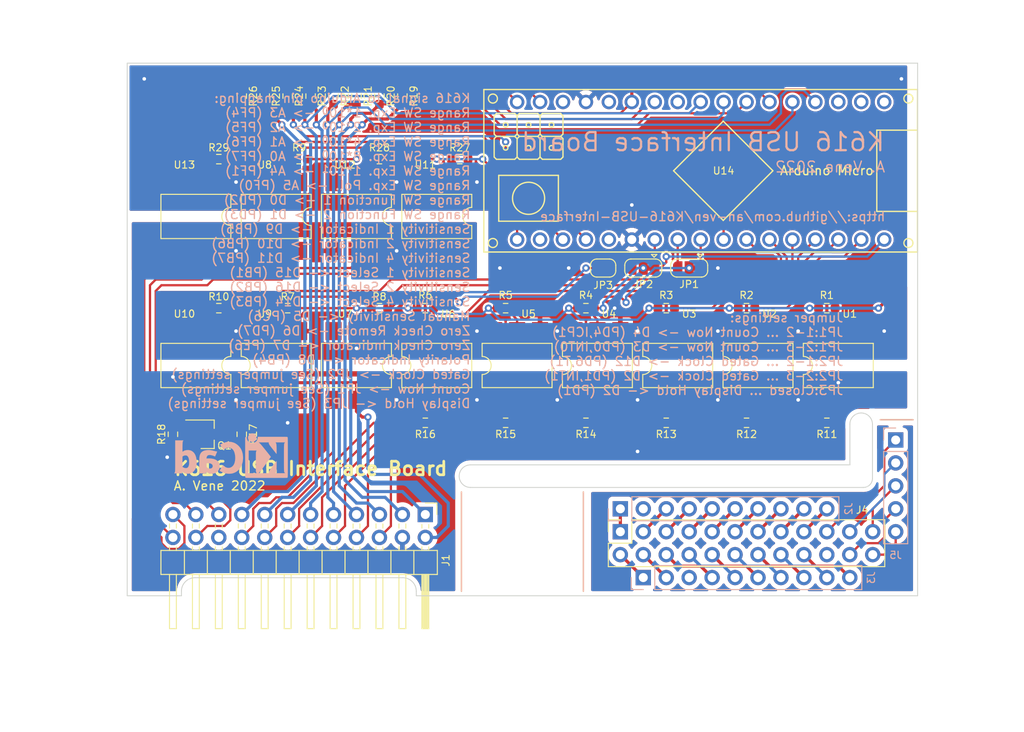
<source format=kicad_pcb>
(kicad_pcb (version 20211014) (generator pcbnew)
  (title_block (title "K616 USB Interface Board") (date "2022-08-08") (rev "0") (company "A. Vene") (comment 1 "Arduino Based USB interface board for Keithley 616 Electrometer"))
  (layers (0 "F.Cu" signal) (31 "B.Cu" signal) (34 "B.Paste" user) (35 "F.Paste" user) (36 "B.SilkS" user "B.Silkscreen") (37 "F.SilkS" user "F.Silkscreen") (38 "B.Mask" user) (39 "F.Mask" user) (44 "Edge.Cuts" user))
  (net 0 "")
  (net 1 "+5VA")
  (net 2 "GND")
  (net 3 "GNDA")
  (net 4 "K616_Exp_1e0")
  (net 5 "/K616_OUT_R4")
  (net 6 "K616_Exp_2e0")
  (net 7 "/K616_OUT_R2")
  (net 8 "K616_Exp_4e0")
  (net 9 "/K616_OUT_R1")
  (net 10 "K616_Exp_8e0")
  (net 11 "/K616_OUT_GClk")
  (net 12 "K616_Exp_1e1")
  (net 13 "/K616_OUT_CN")
  (net 14 "K616_Exp_Pol")
  (net 15 "/K616_OUT_Pol")
  (net 16 "K616_Fn1")
  (net 17 "/K616_IN_Hold")
  (net 18 "K616_Fn2")
  (net 19 "/K616_R1_IN")
  (net 20 "/K616_Zero")
  (net 21 "/K616_R2_IN")
  (net 22 "/K616_~{mA}_IN")
  (net 23 "/K616_R4_IN")
  (net 26 "+5VL")
  (net 27 "MCU_IN_R4")
  (net 28 "MCU_IN_R2")
  (net 29 "MCU_IN_R1")
  (net 30 "MCU_IN_GClk")
  (net 31 "MCU_IN_CN")
  (net 32 "MCU_IN_POL")
  (net 33 "MCU_IN_ZERO")
  (net 34 "MCU_OUT_HOLD")
  (net 35 "Net-(R8-Pad2)")
  (net 36 "MCU_OUT_MR")
  (net 37 "Net-(R9-Pad2)")
  (net 38 "MCU_OUT_ZERO")
  (net 39 "Net-(R10-Pad2)")
  (net 40 "Net-(R11-Pad1)")
  (net 41 "Net-(R12-Pad1)")
  (net 42 "Net-(R13-Pad1)")
  (net 43 "Net-(R14-Pad1)")
  (net 44 "Net-(R15-Pad1)")
  (net 45 "Net-(R16-Pad1)")
  (net 46 "Net-(R27-Pad1)")
  (net 47 "MCU_OUT_R1")
  (net 48 "MCU_OUT_R2")
  (net 49 "Net-(R29-Pad1)")
  (net 50 "MCU_OUT_R4")
  (net 88 "Net-(JP1-Pad1)")
  (net 89 "Net-(JP1-Pad3)")
  (net 90 "Net-(JP2-Pad1)")
  (net 91 "Net-(JP2-Pad3)")
  (net 92 "Net-(Q1-Pad1)")
  (net 93 "Net-(R17-Pad1)")
  (net 94 "Net-(R28-Pad1)")
  (footprint "Resistor_SMD:R_0603_1608Metric_Pad0.98x0.95mm_HandSolder" (layer "F.Cu") (at 101.18 91.19 -90)
    (fp_text reference "R17")
    (fp_text value "330")
  )
  (footprint "Resistor_SMD:R_0603_1608Metric_Pad0.98x0.95mm_HandSolder" (layer "F.Cu") (at 116.42 77.22 180)
    (fp_text reference "R8")
    (fp_text value "330")
  )
  (footprint "Resistor_SMD:R_0603_1608Metric_Pad0.98x0.95mm_HandSolder" (layer "F.Cu") (at 103.72 53.725 -90)
    (fp_text reference "R25")
    (fp_text value "10k")
  )
  (footprint "Resistor_SMD:R_0603_1608Metric_Pad0.98x0.95mm_HandSolder" (layer "F.Cu") (at 139.28 77.22)
    (fp_text reference "R4")
    (fp_text value "10k")
  )
  (footprint "Resistor_SMD:R_0603_1608Metric_Pad0.98x0.95mm_HandSolder" (layer "F.Cu") (at 130.39 89.92 180)
    (fp_text reference "R15")
    (fp_text value "330")
  )
  (footprint "Resistor_SMD:R_0603_1608Metric_Pad0.98x0.95mm_HandSolder" (layer "F.Cu") (at 165.95 89.92 180)
    (fp_text reference "R11")
    (fp_text value "330")
  )
  (footprint "Resistor_SMD:R_0603_1608Metric_Pad0.98x0.95mm_HandSolder" (layer "F.Cu") (at 148.17 89.92 180)
    (fp_text reference "R13")
    (fp_text value "330")
  )
  (footprint "Package_DIP:SMDIP-6_W7.62mm" (layer "F.Cu") (at 140.55 83.57 90)
    (fp_text reference "U4")
    (fp_text value "CNY17-1")
  )
  (footprint "Resistor_SMD:R_0603_1608Metric_Pad0.98x0.95mm_HandSolder" (layer "F.Cu") (at 130.39 77.22)
    (fp_text reference "R5")
    (fp_text value "10k")
  )
  (footprint "Package_DIP:SMDIP-6_W7.62mm" (layer "F.Cu") (at 167.22 83.57 90)
    (fp_text reference "U1")
    (fp_text value "CNY17-1")
  )
  (footprint "ArduinoMirco:ArduinoMicro" (layer "F.Cu") (at 151.98 62 90)
    (fp_text reference "U14")
    (fp_text value "Arduino_MICRO")
  )
  (footprint "Resistor_SMD:R_0603_1608Metric_Pad0.98x0.95mm_HandSolder" (layer "F.Cu") (at 107.53 60.71 180)
    (fp_text reference "R9")
    (fp_text value "330")
  )
  (footprint "Package_DIP:SMDIP-6_W7.62mm" (layer "F.Cu") (at 122.77 67.06 -90)
    (fp_text reference "U11")
    (fp_text value "CNY17-1")
  )
  (footprint "Resistor_SMD:R_0603_1608Metric_Pad0.98x0.95mm_HandSolder" (layer "F.Cu") (at 101.18 53.725 -90)
    (fp_text reference "R26")
    (fp_text value "10k")
  )
  (footprint "Resistor_SMD:R_0603_1608Metric_Pad0.98x0.95mm_HandSolder" (layer "F.Cu") (at 148.17 77.22)
    (fp_text reference "R3")
    (fp_text value "10k")
  )
  (footprint "Resistor_SMD:R_0603_1608Metric_Pad0.98x0.95mm_HandSolder" (layer "F.Cu") (at 157.06 77.22)
    (fp_text reference "R2")
    (fp_text value "10k")
  )
  (footprint "Resistor_SMD:R_0603_1608Metric_Pad0.98x0.95mm_HandSolder" (layer "F.Cu") (at 121.5 89.92 180)
    (fp_text reference "R16")
    (fp_text value "330")
  )
  (footprint "Connector_PinSocket_2.54mm:PinSocket_2x12_P2.54mm_Vertical" (layer "F.Cu") (at 143.09 101.985 90)
    (fp_text reference "J4")
    (fp_text value "2,54mm Socket")
  )
  (footprint "Package_DIP:SMDIP-6_W7.62mm" (layer "F.Cu") (at 104.99 67.06 -90)
    (fp_text reference "U8")
    (fp_text value "CNY17-1")
  )
  (footprint "Resistor_SMD:R_0603_1608Metric_Pad0.98x0.95mm_HandSolder" (layer "F.Cu") (at 116.42 53.725 -90)
    (fp_text reference "R20")
    (fp_text value "10k")
  )
  (footprint "Resistor_SMD:R_0603_1608Metric_Pad0.98x0.95mm_HandSolder" (layer "F.Cu") (at 111.34 53.725 -90)
    (fp_text reference "R22")
    (fp_text value "10k")
  )
  (footprint "Jumper:SolderJumper-3_P1.3mm_Bridged12_RoundedPad1.0x1.5mm" (layer "F.Cu") (at 145.63 72.775 180)
    (fp_text reference "JP2")
    (fp_text value "GClk")
  )
  (footprint "Resistor_SMD:R_0603_1608Metric_Pad0.98x0.95mm_HandSolder" (layer "F.Cu") (at 165.95 77.22)
    (fp_text reference "R1")
    (fp_text value "10k")
  )
  (footprint "Resistor_SMD:R_0603_1608Metric_Pad0.98x0.95mm_HandSolder" (layer "F.Cu") (at 93.56 91.19 -90)
    (fp_text reference "R18")
    (fp_text value "4,7k")
  )
  (footprint "Resistor_SMD:R_0603_1608Metric_Pad0.98x0.95mm_HandSolder" (layer "F.Cu") (at 98.64 77.22 180)
    (fp_text reference "R10")
    (fp_text value "330")
  )
  (footprint "Resistor_SMD:R_0603_1608Metric_Pad0.98x0.95mm_HandSolder" (layer "F.Cu") (at 121.5 77.22)
    (fp_text reference "R6")
    (fp_text value "10k")
  )
  (footprint "Package_TO_SOT_SMD:SOT-23_Handsoldering" (layer "F.Cu") (at 97.37 91.19)
    (fp_text reference "Q1")
    (fp_text value "BC817")
  )
  (footprint "Resistor_SMD:R_0603_1608Metric_Pad0.98x0.95mm_HandSolder" (layer "F.Cu") (at 118.96 53.725 -90)
    (fp_text reference "R19")
    (fp_text value "10k")
  )
  (footprint "Resistor_SMD:R_0603_1608Metric_Pad0.98x0.95mm_HandSolder" (layer "F.Cu") (at 106.26 77.22 180)
    (fp_text reference "R7")
    (fp_text value "10k")
  )
  (footprint "Package_DIP:SMDIP-6_W7.62mm" (layer "F.Cu") (at 158.33 83.57 90)
    (fp_text reference "U2")
    (fp_text value "CNY17-1")
  )
  (footprint "Resistor_SMD:R_0603_1608Metric_Pad0.98x0.95mm_HandSolder" (layer "F.Cu") (at 157.06 89.92 180)
    (fp_text reference "R12")
    (fp_text value "330")
  )
  (footprint "Jumper:SolderJumper-3_P1.3mm_Bridged12_RoundedPad1.0x1.5mm" (layer "F.Cu") (at 150.71 72.775 180)
    (fp_text reference "JP1")
    (fp_text value "CN")
  )
  (footprint "Package_DIP:SMDIP-6_W7.62mm" (layer "F.Cu") (at 149.44 83.57 90)
    (fp_text reference "U3")
    (fp_text value "CNY17-1")
  )
  (footprint "Package_DIP:SMDIP-6_W7.62mm" (layer "F.Cu") (at 104.99 83.57 90)
    (fp_text reference "U9")
    (fp_text value "CNY17-1")
  )
  (footprint "Package_DIP:SMDIP-6_W7.62mm" (layer "F.Cu") (at 122.77 83.57 90)
    (fp_text reference "U6")
    (fp_text value "CNY17-1")
  )
  (footprint "Package_DIP:SMDIP-6_W7.62mm" (layer "F.Cu") (at 113.88 67.06 -90)
    (fp_text reference "U12")
    (fp_text value "CNY17-1")
  )
  (footprint "Resistor_SMD:R_0603_1608Metric_Pad0.98x0.95mm_HandSolder" (layer "F.Cu") (at 108.8 53.725 -90)
    (fp_text reference "R23")
    (fp_text value "10k")
  )
  (footprint "Package_DIP:SMDIP-6_W7.62mm" (layer "F.Cu") (at 96.1 67.06 -90)
    (fp_text reference "U13")
    (fp_text value "CNY17-1")
  )
  (footprint "Package_DIP:SMDIP-6_W7.62mm" (layer "F.Cu") (at 131.66 83.57 90)
    (fp_text reference "U5")
    (fp_text value "CNY17-1")
  )
  (footprint "Resistor_SMD:R_0603_1608Metric_Pad0.98x0.95mm_HandSolder" (layer "F.Cu") (at 116.42 60.71)
    (fp_text reference "R28")
    (fp_text value "330")
  )
  (footprint "Resistor_SMD:R_0603_1608Metric_Pad0.98x0.95mm_HandSolder" (layer "F.Cu") (at 139.28 89.92 180)
    (fp_text reference "R14")
    (fp_text value "330")
  )
  (footprint "Resistor_SMD:R_0603_1608Metric_Pad0.98x0.95mm_HandSolder" (layer "F.Cu") (at 106.26 53.725 -90)
    (fp_text reference "R24")
    (fp_text value "10k")
  )
  (footprint "Resistor_SMD:R_0603_1608Metric_Pad0.98x0.95mm_HandSolder" (layer "F.Cu") (at 98.64 60.71)
    (fp_text reference "R29")
    (fp_text value "330")
  )
  (footprint "Resistor_SMD:R_0603_1608Metric_Pad0.98x0.95mm_HandSolder" (layer "F.Cu") (at 125.31 60.71)
    (fp_text reference "R27")
    (fp_text value "330")
  )
  (footprint "Connector_PinHeader_2.54mm:PinHeader_2x12_P2.54mm_Horizontal" (layer "F.Cu") (at 121.5 100.08 -90)
    (fp_text reference "J1")
    (fp_text value "2,54mm Header")
  )
  (footprint "Package_DIP:SMDIP-6_W7.62mm" (layer "F.Cu") (at 113.88 83.57 -90)
    (fp_text reference "U7")
    (fp_text value "CNY17-1")
  )
  (footprint "Package_DIP:SMDIP-6_W7.62mm" (layer "F.Cu") (at 96.1 83.57 -90)
    (fp_text reference "U10")
    (fp_text value "CNY17-1")
  )
  (footprint "Jumper:SolderJumper-2_P1.3mm_Bridged_RoundedPad1.0x1.5mm" (layer "F.Cu") (at 141.185 72.775)
    (fp_text reference "JP3")
    (fp_text value "HOLD")
  )
  (footprint "Resistor_SMD:R_0603_1608Metric_Pad0.98x0.95mm_HandSolder" (layer "F.Cu") (at 113.88 53.725 -90)
    (fp_text reference "R21")
    (fp_text value "10k")
  )
  (footprint "Connector_PinSocket_2.54mm:PinSocket_1x05_P2.54mm_Vertical" (layer "B.Cu") (at 173.57 91.825 180)
    (fp_text reference "J5")
    (fp_text value "J113")
  )
  (footprint "Connector_PinSocket_2.54mm:PinSocket_1x10_P2.54mm_Vertical" (layer "B.Cu") (at 143.09 99.445 -90)
    (fp_text reference "J2")
    (fp_text value "J115")
  )
  (footprint "Symbol:KiCad-Logo_5mm_SilkScreen" (layer "B.Cu") (at 100 94.08 180)
    (fp_text reference "REF**" hide)
    (fp_text value "KiCad-Logo_5mm_SilkScreen" hide)
  )
  (footprint "Connector_PinSocket_2.54mm:PinSocket_1x10_P2.54mm_Vertical" (layer "B.Cu") (at 145.63 107.065 -90)
    (fp_text reference "J3")
    (fp_text value "J114")
  )
  (gr_line (start 171.865 89.58) (end 175.5 89.58) (layer "B.SilkS") (width 0.15))
  (gr_line (start 125.5 97.58) (end 125.5 108.58) (layer "B.SilkS") (width 0.15))
  (gr_line (start 139 97.58) (end 139 108.58) (layer "B.SilkS") (width 0.15))
  (gr_line (start 175.5 89.58) (end 171.865 89.58) (layer "F.SilkS") (width 0.15))
  (gr_line (start 125.5 97.58) (end 125.5 108.58) (layer "F.SilkS") (width 0.15))
  (gr_line (start 139 97.58) (end 139 108.58) (layer "F.SilkS") (width 0.15))
  (gr_line (start 96 107.08) (end 119 107.08) (layer "Edge.Cuts") (width 0.1))
  (gr_line (start 168.5 94.58) (end 126.5 94.58) (layer "Edge.Cuts") (width 0.1))
  (gr_arc (start 168.5 90.08) (mid 169.75 88.83) (end 171 90.08) (layer "Edge.Cuts") (width 0.1))
  (gr_arc (start 171 96.08) (mid 170.707107 96.787107) (end 170 97.08) (layer "Edge.Cuts") (width 0.1))
  (gr_line (start 94.5 109.08) (end 94.5 108.58) (layer "Edge.Cuts") (width 0.1))
  (gr_line (start 88.5 50.08) (end 176 50.08) (layer "Edge.Cuts") (width 0.1))
  (gr_arc (start 94.5 108.58) (mid 94.93934 107.51934) (end 96 107.08) (layer "Edge.Cuts") (width 0.1))
  (gr_line (start 88.5 50.08) (end 88.5 109.08) (layer "Edge.Cuts") (width 0.1))
  (gr_line (start 176 50.08) (end 176 109.08) (layer "Edge.Cuts") (width 0.1))
  (gr_arc (start 119 107.08) (mid 120.06066 107.51934) (end 120.5 108.58) (layer "Edge.Cuts") (width 0.1))
  (gr_line (start 171 96.08) (end 171 90.08) (layer "Edge.Cuts") (width 0.1))
  (gr_line (start 88.5 109.08) (end 94.5 109.08) (layer "Edge.Cuts") (width 0.1))
  (gr_line (start 126.5 97.08) (end 170 97.08) (layer "Edge.Cuts") (width 0.1))
  (gr_arc (start 126.5 97.08) (mid 125.25 95.83) (end 126.5 94.58) (layer "Edge.Cuts") (width 0.1))
  (gr_line (start 120.5 109.08) (end 120.5 108.58) (layer "Edge.Cuts") (width 0.1))
  (gr_line (start 168.5 90.08) (end 168.5 94.58) (layer "Edge.Cuts") (width 0.1))
  (gr_line (start 120.5 109.08) (end 176 109.08) (layer "Edge.Cuts") (width 0.1))
  (gr_text "A. Vene 2022" (at 172.5 61.58) (layer "B.SilkS") (effects (font (size 1.2 1.2)) (justify left mirror)))
  (gr_text "Jumper settings:\nJP1:1-2 ... Count Now -> D4 (PD4,ICP1)\nJP1:2-3 ... Count Now -> D3 (PD0,INT0)\nJP2:1-2 ... Gated Clock -> D12 (PD6,T1)\nJP2:2-3 ... Gated Clock -> D2 (PD1,INT1)\nJP3:Closed ... Display Hold <- D2 (PD1)" (at 167.855 82.3) (layer "B.SilkS") (effects (font (size 1 1)) (justify left mirror)))
  (gr_text "https://github.com/an-ven/K616-USB-Interface" (at 172.5 67.08) (layer "B.SilkS") (effects (font (size 1 1)) (justify left mirror)))
  (gr_text "K616 USB Interface Board" (at 172.5 58.805) (layer "B.SilkS") (effects (font (size 2 2) (thickness 0.25)) (justify left mirror)))
  (gr_text "K616 signal to Arduino pin mapping:\nRange SW Exp. 1*10^{0} -> A3 (PF4)\nRange SW Exp. 2*10^{0} -> A2 (PF5)\nRange SW Exp. 4*10^{0} -> A1 (PF6)\nRange SW Exp. 8*10^{0} -> A0 (PF7)\nRange SW Exp. 1*10^{1} -> A4 (PF1)\nRange SW Exp. Pol. -> A5 (PF0)\nRange SW Function 1 -> D0 (PD2)\nRange SW Function 2 -> D1 (PD3)\nSensitivity 1 Indicator -> D9 (PB5)\nSensitivity 2 Indicator -> D10 (PB6)\nSensitivity 4 Indicator -> D11 (PB7)\nSensitivity 1 Select <- D15 (PB1)\nSensitivity 2 Select <- D16 (PB2)\nSensitivity 4 Select <- D14 (PB3)\nManual Sensitivity <- D5 (PC6)\nZero Check Remote -> D6 (PD7)\nZero Check Indicator <- D7 (PE6)\nPolarity Indicator <- D8 (PB4)\nGated Clock -> JP2 (See jumper settings)\nCount Now -> JP1 (See jumper settings)\nDisplay Hold <- JP3 (See jumper settings)" (at 126.58 70.87) (layer "B.SilkS") (effects (font (size 1 1)) (justify left mirror)))
  (gr_text "A. Vene 2022" (at 93.56 96.905) (layer "F.SilkS") (effects (font (size 1 1)) (justify left)))
  (gr_text "Arduino Micro" (at 165.95 61.98) (layer "F.SilkS") (effects (font (size 1 1))))
  (gr_text "K616 USB Interface Board" (at 93.56 95) (layer "F.SilkS") (effects (font (size 1.5 1.5) (thickness 0.3)) (justify left)))
  (segment (start 138.01 85.475) (end 146.9 85.475) (width 0.35) (layer "F.Cu") (net 1))
  (segment (start 155.79 85.475) (end 164.045 85.475) (width 0.35) (layer "F.Cu") (net 1))
  (segment (start 164.045 85.475) (end 164.68 86.11) (width 0.35) (layer "F.Cu") (net 1))
  (segment (start 102.45 87.38) (end 102.45 85.475) (width 0.35) (layer "F.Cu") (net 1))
  (segment (start 129.12 85.475) (end 138.01 85.475) (width 0.35) (layer "F.Cu") (net 1))
  (segment (start 96.1 86.11) (end 96.1 87.38) (width 0.35) (layer "F.Cu") (net 1))
  (segment (start 129.12 87.38) (end 129.12 85.475) (width 0.35) (layer "F.Cu") (net 1))
  (segment (start 115.15 89.285) (end 114.515 89.285) (width 0.35) (layer "F.Cu") (net 1))
  (segment (start 138.01 87.38) (end 138.01 85.475) (width 0.35) (layer "F.Cu") (net 1))
  (segment (start 113.88 85.475) (end 102.45 85.475) (width 0.35) (layer "F.Cu") (net 1))
  (segment (start 146.9 85.475) (end 155.79 85.475) (width 0.35) (layer "F.Cu") (net 1))
  (segment (start 113.88 87.38) (end 113.88 85.475) (width 0.35) (layer "F.Cu") (net 1))
  (segment (start 113.88 85.475) (end 120.23 85.475) (width 0.35) (layer "F.Cu") (net 1))
  (segment (start 96.735 85.475) (end 96.1 86.11) (width 0.35) (layer "F.Cu") (net 1))
  (segment (start 143.09 104.525) (end 145.63 107.065) (width 0.35) (layer "F.Cu") (net 1))
  (segment (start 114.515 89.285) (end 113.88 88.65) (width 0.35) (layer "F.Cu") (net 1))
  (segment (start 120.23 85.475) (end 129.12 85.475) (width 0.35) (layer "F.Cu") (net 1))
  (segment (start 120.23 87.38) (end 120.23 85.475) (width 0.35) (layer "F.Cu") (net 1))
  (segment (start 102.45 85.475) (end 96.735 85.475) (width 0.35) (layer "F.Cu") (net 1))
  (segment (start 146.9 87.38) (end 146.9 85.475) (width 0.35) (layer "F.Cu") (net 1))
  (segment (start 113.88 88.65) (end 113.88 87.38) (width 0.35) (layer "F.Cu") (net 1))
  (segment (start 164.68 86.11) (end 164.68 87.38) (width 0.35) (layer "F.Cu") (net 1))
  (segment (start 155.79 87.38) (end 155.79 85.475) (width 0.35) (layer "F.Cu") (net 1))
  (via (at 115.15 89.285) (size 0.8) (drill 0.4) (layers "F.Cu" "B.Cu") (net 1))
  (segment (start 122.77 102.62) (end 124.04 101.35) (width 0.35) (layer "B.Cu") (net 1))
  (segment (start 121.5 102.62) (end 122.77 102.62) (width 0.35) (layer "B.Cu") (net 1))
  (segment (start 115.15 95) (end 115.15 89.285) (width 0.35) (layer "B.Cu") (net 1))
  (segment (start 124.04 98.81) (end 120.865 95.635) (width 0.35) (layer "B.Cu") (net 1))
  (segment (start 120.865 95.635) (end 115.785 95.635) (width 0.35) (layer "B.Cu") (net 1))
  (segment (start 124.04 101.35) (end 124.04 98.81) (width 0.35) (layer "B.Cu") (net 1))
  (segment (start 115.785 95.635) (end 115.15 95) (width 0.35) (layer "B.Cu") (net 1))
  (segment (start 143.09 101.985) (end 143.09 99.445) (width 0.35) (layer "F.Cu") (net 2))
  (via (at 127.215 79.76) (size 0.8) (drill 0.4) (layers "F.Cu" "B.Cu") (net 2))
  (via (at 174.205 51.82) (size 0.8) (drill 0.4) (layers "F.Cu" "B.Cu") (net 2))
  (via (at 136.105 79.76) (size 0.8) (drill 0.4) (layers "F.Cu" "B.Cu") (net 2))
  (via (at 100.545 63.25) (size 0.8) (drill 0.4) (layers "F.Cu" "B.Cu") (net 2))
  (via (at 153.885 72.775) (size 0.8) (drill 0.4) (layers "F.Cu" "B.Cu") (net 2))
  (via (at 153.885 79.76) (size 0.8) (drill 0.4) (layers "F.Cu" "B.Cu") (net 2))
  (via (at 118.325 63.25) (size 0.8) (drill 0.4) (layers "F.Cu" "B.Cu") (net 2))
  (via (at 142.455 77.22) (size 0.8) (drill 0.4) (layers "F.Cu" "B.Cu") (net 2))
  (via (at 144.36 65.79) (size 0.8) (drill 0.4) (layers "F.Cu" "B.Cu") (net 2))
  (via (at 127.215 63.25) (size 0.8) (drill 0.4) (layers "F.Cu" "B.Cu") (net 2))
  (via (at 129.755 72.775) (size 0.8) (drill 0.4) (layers "F.Cu" "B.Cu") (net 2))
  (via (at 172.3 79.76) (size 0.8) (drill 0.4) (layers "F.Cu" "B.Cu") (net 2))
  (via (at 90.385 51.82) (size 0.8) (drill 0.4) (layers "F.Cu" "B.Cu") (net 2))
  (via (at 144.995 79.76) (size 0.8) (drill 0.4) (layers "F.Cu" "B.Cu") (net 2))
  (via (at 100.545 79.76) (size 0.8) (drill 0.4) (layers "F.Cu" "B.Cu") (net 2))
  (via (at 113.88 81.665) (size 0.8) (drill 0.4) (layers "F.Cu" "B.Cu") (net 2))
  (via (at 162.775 79.76) (size 0.8) (drill 0.4) (layers "F.Cu" "B.Cu") (net 2))
  (via (at 137.375 72.775) (size 0.8) (drill 0.4) (layers "F.Cu" "B.Cu") (net 2))
  (segment (start 113.88 81.665) (end 116.42 81.665) (width 0.35) (layer "B.Cu") (net 2))
  (segment (start 115.15 97.54) (end 118.96 97.54) (width 0.35) (layer "B.Cu") (net 2))
  (segment (start 113.245 95.635) (end 115.15 97.54) (width 0.35) (layer "B.Cu") (net 2))
  (segment (start 118.96 97.54) (end 121.5 100.08) (width 0.35) (layer "B.Cu") (net 2))
  (segment (start 113.88 81.665) (end 113.245 82.3) (width 0.35) (layer "B.Cu") (net 2))
  (segment (start 113.245 82.3) (end 113.245 95.635) (width 0.35) (layer "B.Cu") (net 2))
  (segment (start 95.87 92.14) (end 93.5975 92.14) (width 0.25) (layer "F.Cu") (net 3))
  (segment (start 93.5975 92.14) (end 93.56 92.1025) (width 0.25) (layer "F.Cu") (net 3))
  (segment (start 145.63 104.525) (end 148.17 107.065) (width 0.35) (layer "F.Cu") (net 3))
  (via (at 93.56 84.84) (size 0.8) (drill 0.4) (layers "F.Cu" "B.Cu") (net 3))
  (via (at 136.105 87.38) (size 0.8) (drill 0.4) (layers "F.Cu" "B.Cu") (net 3))
  (via (at 167.22 85.475) (size 0.8) (drill 0.4) (layers "F.Cu" "B.Cu") (net 3))
  (via (at 144.995 93.095) (size 0.8) (drill 0.4) (layers "F.Cu" "B.Cu") (net 3))
  (via (at 144.995 87.38) (size 0.8) (drill 0.4) (layers "F.Cu" "B.Cu") (net 3))
  (via (at 100.545 87.38) (size 0.8) (drill 0.4) (layers "F.Cu" "B.Cu") (net 3))
  (via (at 118.325 70.87) (size 0.8) (drill 0.4) (layers "F.Cu" "B.Cu") (net 3))
  (via (at 100.545 70.87) (size 0.8) (drill 0.4) (layers "F.Cu" "B.Cu") (net 3))
  (via (at 106.26 89.92) (size 0.8) (drill 0.4) (layers "F.Cu" "B.Cu") (net 3))
  (via (at 162.775 87.38) (size 0.8) (drill 0.4) (layers "F.Cu" "B.Cu") (net 3))
  (via (at 127.215 87.38) (size 0.8) (drill 0.4) (layers "F.Cu" "B.Cu") (net 3))
  (via (at 118.325 87.38) (size 0.8) (drill 0.4) (layers "F.Cu" "B.Cu") (net 3))
  (via (at 92.925 93.73) (size 0.8) (drill 0.4) (layers "F.Cu" "B.Cu") (net 3))
  (via (at 153.885 87.38) (size 0.8) (drill 0.4) (layers "F.Cu" "B.Cu") (net 3))
  (segment (start 114.515 56.9) (end 115.15 56.265) (width 0.35) (layer "F.Cu") (net 4))
  (segment (start 129.755 56.9) (end 144.995 56.9) (width 0.25) (layer "F.Cu") (net 4))
  (segment (start 117.3325 56.265) (end 118.96 54.6375) (width 0.35) (layer "F.Cu") (net 4))
  (segment (start 119.9525 54.6375) (end 120.23 54.36) (width 0.25) (layer "F.Cu") (net 4))
  (segment (start 127.215 54.36) (end 129.755 56.9) (width 0.25) (layer "F.Cu") (net 4))
  (segment (start 145.63 101.985) (end 148.17 99.445) (width 0.35) (layer "F.Cu") (net 4))
  (segment (start 120.23 54.36) (end 127.215 54.36) (width 0.25) (layer "F.Cu") (net 4))
  (segment (start 118.96 54.6375) (end 119.9525 54.6375) (width 0.25) (layer "F.Cu") (net 4))
  (segment (start 146.265 55.63) (end 155.81 55.63) (width 0.25) (layer "F.Cu") (net 4))
  (segment (start 144.995 56.9) (end 146.265 55.63) (width 0.25) (layer "F.Cu") (net 4))
  (segment (start 155.81 55.63) (end 157.06 54.38) (width 0.25) (layer "F.Cu") (net 4))
  (segment (start 115.15 56.265) (end 117.3325 56.265) (width 0.35) (layer "F.Cu") (net 4))
  (via (at 114.515 56.9) (size 0.8) (drill 0.4) (layers "F.Cu" "B.Cu") (net 4))
  (segment (start 114.515 56.9) (end 112.61 58.805) (width 0.35) (layer "B.Cu") (net 4))
  (segment (start 112.61 96.27) (end 114.515 98.175) (width 0.35) (layer "B.Cu") (net 4))
  (segment (start 117.055 98.175) (end 118.96 100.08) (width 0.35) (layer "B.Cu") (net 4))
  (segment (start 114.515 98.175) (end 117.055 98.175) (width 0.35) (layer "B.Cu") (net 4))
  (segment (start 112.61 58.805) (end 112.61 96.27) (width 0.35) (layer "B.Cu") (net 4))
  (segment (start 133.565 93.095) (end 134.2 92.46) (width 0.25) (layer "F.Cu") (net 5))
  (segment (start 148.17 104.525) (end 149.44 105.795) (width 0.35) (layer "F.Cu") (net 5))
  (segment (start 117.69 101.35) (end 117.69 94.365) (width 0.25) (layer "F.Cu") (net 5))
  (segment (start 150.71 91.19) (end 158.33 91.19) (width 0.25) (layer "F.Cu") (net 5))
  (segment (start 149.44 105.795) (end 151.98 105.795) (width 0.35) (layer "F.Cu") (net 5))
  (segment (start 150.075 91.825) (end 150.71 91.19) (width 0.25) (layer "F.Cu") (net 5))
  (segment (start 116.42 102.62) (end 117.69 101.35) (width 0.25) (layer "F.Cu") (net 5))
  (segment (start 117.69 94.365) (end 118.325 93.73) (width 0.25) (layer "F.Cu") (net 5))
  (segment (start 159.6 89.92) (end 165.0375 89.92) (width 0.25) (layer "F.Cu") (net 5))
  (segment (start 125.945 93.095) (end 133.565 93.095) (width 0.25) (layer "F.Cu") (net 5))
  (segment (start 118.325 93.73) (end 125.31 93.73) (width 0.25) (layer "F.Cu") (net 5))
  (segment (start 142.455 91.825) (end 150.075 91.825) (width 0.25) (layer "F.Cu") (net 5))
  (segment (start 151.98 105.795) (end 153.25 107.065) (width 0.35) (layer "F.Cu") (net 5))
  (segment (start 134.2 92.46) (end 141.82 92.46) (width 0.25) (layer "F.Cu") (net 5))
  (segment (start 158.33 91.19) (end 159.6 89.92) (width 0.25) (layer "F.Cu") (net 5))
  (segment (start 125.31 93.73) (end 125.945 93.095) (width 0.25) (layer "F.Cu") (net 5))
  (segment (start 141.82 92.46) (end 142.455 91.825) (width 0.25) (layer "F.Cu") (net 5))
  (segment (start 145.63 54.995) (end 145.63 53.725) (width 0.25) (layer "F.Cu") (net 6))
  (segment (start 130.39 56.265) (end 144.36 56.265) (width 0.25) (layer "F.Cu") (net 6))
  (segment (start 145.63 53.725) (end 146.265 53.09) (width 0.25) (layer "F.Cu") (net 6))
  (segment (start 144.36 56.265) (end 145.63 54.995) (width 0.25) (layer "F.Cu") (net 6))
  (segment (start 116.42 54.6375) (end 117.4125 54.6375) (width 0.25) (layer "F.Cu") (net 6))
  (segment (start 117.4125 54.6375) (end 118.325 53.725) (width 0.25) (layer "F.Cu") (net 6))
  (segment (start 158.31 53.09) (end 159.6 54.38) (width 0.25) (layer "F.Cu") (net 6))
  (segment (start 118.325 53.725) (end 127.85 53.725) (width 0.25) (layer "F.Cu") (net 6))
  (segment (start 146.265 53.09) (end 158.31 53.09) (width 0.25) (layer "F.Cu") (net 6))
  (segment (start 115.4275 55.63) (end 116.42 54.6375) (width 0.35) (layer "F.Cu") (net 6))
  (segment (start 113.88 55.63) (end 115.4275 55.63) (width 0.35) (layer "F.Cu") (net 6))
  (segment (start 127.85 53.725) (end 130.39 56.265) (width 0.25) (layer "F.Cu") (net 6))
  (segment (start 113.245 56.265) (end 113.88 55.63) (width 0.35) (layer "F.Cu") (net 6))
  (segment (start 148.17 101.985) (end 150.71 99.445) (width 0.35) (layer "F.Cu") (net 6))
  (segment (start 113.245 56.9) (end 113.245 56.265) (width 0.35) (layer "F.Cu") (net 6))
  (via (at 113.245 56.9) (size 0.8) (drill 0.4) (layers "F.Cu" "B.Cu") (net 6))
  (segment (start 111.975 58.17) (end 111.975 96.905) (width 0.35) (layer "B.Cu") (net 6))
  (segment (start 113.245 56.9) (end 111.975 58.17) (width 0.35) (layer "B.Cu") (net 6))
  (segment (start 111.975 96.905) (end 113.88 98.81) (width 0.35) (layer "B.Cu") (net 6))
  (segment (start 115.15 98.81) (end 116.42 100.08) (width 0.35) (layer "B.Cu") (net 6))
  (segment (start 113.88 98.81) (end 115.15 98.81) (width 0.35) (layer "B.Cu") (net 6))
  (segment (start 124.675 93.095) (end 125.31 92.46) (width 0.25) (layer "F.Cu") (net 7))
  (segment (start 133.565 91.825) (end 141.185 91.825) (width 0.25) (layer "F.Cu") (net 7))
  (segment (start 141.185 91.825) (end 141.82 91.19) (width 0.25) (layer "F.Cu") (net 7))
  (segment (start 115.15 95.635) (end 117.69 93.095) (width 0.25) (layer "F.Cu") (net 7))
  (segment (start 115.15 101.35) (end 115.15 95.635) (width 0.25) (layer "F.Cu") (net 7))
  (segment (start 150.71 89.92) (end 156.1475 89.92) (width 0.25) (layer "F.Cu") (net 7))
  (segment (start 113.88 102.62) (end 115.15 101.35) (width 0.25) (layer "F.Cu") (net 7))
  (segment (start 125.31 92.46) (end 132.93 92.46) (width 0.25) (layer "F.Cu") (net 7))
  (segment (start 132.93 92.46) (end 133.565 91.825) (width 0.25) (layer "F.Cu") (net 7))
  (segment (start 141.82 91.19) (end 149.44 91.19) (width 0.25) (layer "F.Cu") (net 7))
  (segment (start 149.44 91.19) (end 150.71 89.92) (width 0.25) (layer "F.Cu") (net 7))
  (segment (start 117.69 93.095) (end 124.675 93.095) (width 0.25) (layer "F.Cu") (net 7))
  (segment (start 150.71 104.525) (end 151.98 105.795) (width 0.35) (layer "B.Cu") (net 7))
  (segment (start 154.52 105.795) (end 155.79 107.065) (width 0.35) (layer "B.Cu") (net 7))
  (segment (start 151.98 105.795) (end 154.52 105.795) (width 0.35) (layer "B.Cu") (net 7))
  (segment (start 112.9675 54.6375) (end 113.88 54.6375) (width 0.35) (layer "F.Cu") (net 8))
  (segment (start 111.975 56.9) (end 111.975 55.63) (width 0.35) (layer "F.Cu") (net 8))
  (segment (start 150.71 101.985) (end 153.25 99.445) (width 0.35) (layer "F.Cu") (net 8))
  (segment (start 111.975 55.63) (end 112.9675 54.6375) (width 0.35) (layer "F.Cu") (net 8))
  (via (at 111.975 56.9) (size 0.8) (drill 0.4) (layers "F.Cu" "B.Cu") (net 8))
  (segment (start 111.34 57.535) (end 111.34 97.54) (width 0.35) (layer "B.Cu") (net 8))
  (segment (start 114.515 55.63) (end 116.42 57.535) (width 0.25) (layer "B.Cu") (net 8))
  (segment (start 111.975 56.9) (end 113.245 55.63) (width 0.25) (layer "B.Cu") (net 8))
  (segment (start 111.975 56.9) (end 111.34 57.535) (width 0.35) (layer "B.Cu") (net 8))
  (segment (start 116.42 57.535) (end 160.235 57.535) (width 0.25) (layer "B.Cu") (net 8))
  (segment (start 160.235 57.535) (end 162.14 55.63) (width 0.25) (layer "B.Cu") (net 8))
  (segment (start 111.34 97.54) (end 113.88 100.08) (width 0.35) (layer "B.Cu") (net 8))
  (segment (start 162.14 55.63) (end 162.14 54.38) (width 0.25) (layer "B.Cu") (net 8))
  (segment (start 113.245 55.63) (end 114.515 55.63) (width 0.25) (layer "B.Cu") (net 8))
  (segment (start 124.675 91.825) (end 132.295 91.825) (width 0.25) (layer "F.Cu") (net 9))
  (segment (start 141.82 89.92) (end 147.2575 89.92) (width 0.25) (layer "F.Cu") (net 9))
  (segment (start 154.52 105.795) (end 157.06 105.795) (width 0.35) (layer "F.Cu") (net 9))
  (segment (start 124.04 92.46) (end 124.675 91.825) (width 0.25) (layer "F.Cu") (net 9))
  (segment (start 132.295 91.825) (end 132.93 91.19) (width 0.25) (layer "F.Cu") (net 9))
  (segment (start 117.055 92.46) (end 124.04 92.46) (width 0.25) (layer "F.Cu") (net 9))
  (segment (start 153.25 104.525) (end 154.52 105.795) (width 0.35) (layer "F.Cu") (net 9))
  (segment (start 111.34 102.62) (end 112.61 101.35) (width 0.25) (layer "F.Cu") (net 9))
  (segment (start 157.06 105.795) (end 158.33 107.065) (width 0.35) (layer "F.Cu") (net 9))
  (segment (start 132.93 91.19) (end 140.55 91.19) (width 0.25) (layer "F.Cu") (net 9))
  (segment (start 140.55 91.19) (end 141.82 89.92) (width 0.25) (layer "F.Cu") (net 9))
  (segment (start 112.61 96.905) (end 117.055 92.46) (width 0.25) (layer "F.Cu") (net 9))
  (segment (start 112.61 101.35) (end 112.61 96.905) (width 0.25) (layer "F.Cu") (net 9))
  (segment (start 153.25 101.985) (end 155.79 99.445) (width 0.35) (layer "F.Cu") (net 10))
  (segment (start 110.705 55.2725) (end 111.34 54.6375) (width 0.35) (layer "F.Cu") (net 10))
  (segment (start 110.705 56.9) (end 110.705 55.2725) (width 0.35) (layer "F.Cu") (net 10))
  (via (at 110.705 56.9) (size 0.8) (drill 0.4) (layers "F.Cu" "B.Cu") (net 10))
  (segment (start 115.15 54.995) (end 117.055 56.9) (width 0.25) (layer "B.Cu") (net 10))
  (segment (start 163.41 53.09) (end 163.41 53.11) (width 0.25) (layer "B.Cu") (net 10))
  (segment (start 159.6 56.9) (end 160.87 55.63) (width 0.25) (layer "B.Cu") (net 10))
  (segment (start 163.41 53.11) (end 164.68 54.38) (width 0.25) (layer "B.Cu") (net 10))
  (segment (start 110.705 56.9) (end 112.61 54.995) (width 0.25) (layer "B.Cu") (net 10))
  (segment (start 160.87 55.63) (end 160.87 53.725) (width 0.25) (layer "B.Cu") (net 10))
  (segment (start 111.34 98.81) (end 111.34 100.08) (width 0.35) (layer "B.Cu") (net 10))
  (segment (start 112.61 54.995) (end 115.15 54.995) (width 0.25) (layer "B.Cu") (net 10))
  (segment (start 161.505 53.09) (end 163.41 53.09) (width 0.25) (layer "B.Cu") (net 10))
  (segment (start 110.705 98.175) (end 111.34 98.81) (width 0.35) (layer "B.Cu") (net 10))
  (segment (start 110.705 56.9) (end 110.705 98.175) (width 0.35) (layer "B.Cu") (net 10))
  (segment (start 117.055 56.9) (end 159.6 56.9) (width 0.25) (layer "B.Cu") (net 10))
  (segment (start 160.87 53.725) (end 161.505 53.09) (width 0.25) (layer "B.Cu") (net 10))
  (segment (start 124.04 91.19) (end 131.66 91.19) (width 0.25) (layer "F.Cu") (net 11))
  (segment (start 110.07 101.35) (end 110.07 98.175) (width 0.25) (layer "F.Cu") (net 11))
  (segment (start 110.07 98.175) (end 116.42 91.825) (width 0.25) (layer "F.Cu") (net 11))
  (segment (start 131.66 91.19) (end 132.93 89.92) (width 0.25) (layer "F.Cu") (net 11))
  (segment (start 123.405 91.825) (end 124.04 91.19) (width 0.25) (layer "F.Cu") (net 11))
  (segment (start 132.93 89.92) (end 138.3675 89.92) (width 0.25) (layer "F.Cu") (net 11))
  (segment (start 108.8 102.62) (end 110.07 101.35) (width 0.25) (layer "F.Cu") (net 11))
  (segment (start 116.42 91.825) (end 123.405 91.825) (width 0.25) (layer "F.Cu") (net 11))
  (segment (start 159.6 105.795) (end 160.87 107.065) (width 0.35) (layer "B.Cu") (net 11))
  (segment (start 157.06 105.795) (end 159.6 105.795) (width 0.35) (layer "B.Cu") (net 11))
  (segment (start 155.79 104.525) (end 157.06 105.795) (width 0.35) (layer "B.Cu") (net 11))
  (segment (start 109.435 55.2725) (end 108.8 54.6375) (width 0.35) (layer "F.Cu") (net 12))
  (segment (start 155.79 101.985) (end 158.33 99.445) (width 0.35) (layer "F.Cu") (net 12))
  (segment (start 109.435 56.9) (end 109.435 55.2725) (width 0.35) (layer "F.Cu") (net 12))
  (via (at 109.435 56.9) (size 0.8) (drill 0.4) (layers "F.Cu" "B.Cu") (net 12))
  (segment (start 110.07 97.54) (end 108.8 98.81) (width 0.35) (layer "B.Cu") (net 12))
  (segment (start 109.435 56.9) (end 110.07 57.535) (width 0.35) (layer "B.Cu") (net 12))
  (segment (start 110.07 57.535) (end 110.07 97.54) (width 0.35) (layer "B.Cu") (net 12))
  (segment (start 154.52 55.63) (end 154.52 54.38) (width 0.25) (layer "B.Cu") (net 12))
  (segment (start 111.975 54.36) (end 115.785 54.36) (width 0.25) (layer "B.Cu") (net 12))
  (segment (start 153.885 56.265) (end 154.52 55.63) (width 0.25) (layer "B.Cu") (net 12))
  (segment (start 108.8 98.81) (end 108.8 100.08) (width 0.35) (layer "B.Cu") (net 12))
  (segment (start 115.785 54.36) (end 117.69 56.265) (width 0.25) (layer "B.Cu") (net 12))
  (segment (start 109.435 56.9) (end 111.975 54.36) (width 0.25) (layer "B.Cu") (net 12))
  (segment (start 117.69 56.265) (end 153.885 56.265) (width 0.25) (layer "B.Cu") (net 12))
  (segment (start 115.785 91.19) (end 122.77 91.19) (width 0.25) (layer "F.Cu") (net 13))
  (segment (start 158.33 104.525) (end 159.6 105.795) (width 0.35) (layer "F.Cu") (net 13))
  (segment (start 122.77 91.19) (end 124.04 89.92) (width 0.25) (layer "F.Cu") (net 13))
  (segment (start 107.53 101.341444) (end 107.53 99.445) (width 0.25) (layer "F.Cu") (net 13))
  (segment (start 107.53 99.445) (end 115.785 91.19) (width 0.25) (layer "F.Cu") (net 13))
  (segment (start 162.14 105.795) (end 163.41 107.065) (width 0.35) (layer "F.Cu") (net 13))
  (segment (start 106.26 102.62) (end 107.534278 101.345722) (width 0.25) (layer "F.Cu") (net 13))
  (segment (start 159.6 105.795) (end 162.14 105.795) (width 0.35) (layer "F.Cu") (net 13))
  (segment (start 124.04 89.92) (end 129.4775 89.92) (width 0.25) (layer "F.Cu") (net 13))
  (segment (start 107.534278 101.345722) (end 107.53 101.341444) (width 0.25) (layer "F.Cu") (net 13))
  (segment (start 158.33 101.985) (end 160.87 99.445) (width 0.35) (layer "F.Cu") (net 14))
  (segment (start 108.165 56.9) (end 108.165 55.63) (width 0.35) (layer "F.Cu") (net 14))
  (segment (start 107.1725 54.6375) (end 106.26 54.6375) (width 0.35) (layer "F.Cu") (net 14))
  (segment (start 108.165 55.63) (end 107.1725 54.6375) (width 0.35) (layer "F.Cu") (net 14))
  (via (at 108.165 56.9) (size 0.8) (drill 0.4) (layers "F.Cu" "B.Cu") (net 14))
  (segment (start 109.435 96.905) (end 106.26 100.08) (width 0.35) (layer "B.Cu") (net 14))
  (segment (start 116.42 53.725) (end 118.325 55.63) (width 0.25) (layer "B.Cu") (net 14))
  (segment (start 118.325 55.63) (end 150.71 55.63) (width 0.25) (layer "B.Cu") (net 14))
  (segment (start 109.435 58.17) (end 109.435 96.905) (width 0.35) (layer "B.Cu") (net 14))
  (segment (start 108.165 56.9) (end 109.435 58.17) (width 0.35) (layer "B.Cu") (net 14))
  (segment (start 150.71 55.63) (end 151.98 54.38) (width 0.25) (layer "B.Cu") (net 14))
  (segment (start 108.165 56.9) (end 111.34 53.725) (width 0.25) (layer "B.Cu") (net 14))
  (segment (start 111.34 53.725) (end 116.42 53.725) (width 0.25) (layer "B.Cu") (net 14))
  (segment (start 104.99 99.445) (end 104.99 101.35) (width 0.25) (layer "F.Cu") (net 15))
  (segment (start 115.785 89.92) (end 120.5875 89.92) (width 0.25) (layer "F.Cu") (net 15))
  (segment (start 105.625 98.81) (end 104.99 99.445) (width 0.25) (layer "F.Cu") (net 15))
  (segment (start 104.99 101.35) (end 103.72 102.62) (width 0.25) (layer "F.Cu") (net 15))
  (segment (start 115.785 89.92) (end 106.895 98.81) (width 0.25) (layer "F.Cu") (net 15))
  (segment (start 106.895 98.81) (end 105.625 98.81) (width 0.25) (layer "F.Cu") (net 15))
  (segment (start 162.14 105.795) (end 164.68 105.795) (width 0.35) (layer "B.Cu") (net 15))
  (segment (start 164.68 105.795) (end 165.95 107.065) (width 0.35) (layer "B.Cu") (net 15))
  (segment (start 160.87 104.525) (end 162.14 105.795) (width 0.35) (layer "B.Cu") (net 15))
  (segment (start 106.26 55.63) (end 104.7125 55.63) (width 0.35) (layer "F.Cu") (net 16))
  (segment (start 106.895 56.265) (end 106.26 55.63) (width 0.35) (layer "F.Cu") (net 16))
  (segment (start 106.895 56.9) (end 108.165 58.17) (width 0.25) (layer "F.Cu") (net 16))
  (segment (start 137.355 67.695) (end 139.28 69.62) (width 0.25) (layer "F.Cu") (net 16))
  (segment (start 104.7125 55.63) (end 103.72 54.6375) (width 0.35) (layer "F.Cu") (net 16))
  (segment (start 133.565 67.695) (end 137.355 67.695) (width 0.25) (layer "F.Cu") (net 16))
  (segment (start 106.895 56.9) (end 106.895 56.265) (width 0.35) (layer "F.Cu") (net 16))
  (segment (start 132.93 63.25) (end 132.93 67.06) (width 0.25) (layer "F.Cu") (net 16))
  (segment (start 132.93 67.06) (end 133.565 67.695) (width 0.25) (layer "F.Cu") (net 16))
  (segment (start 127.85 58.17) (end 132.93 63.25) (width 0.25) (layer "F.Cu") (net 16))
  (segment (start 160.87 101.985) (end 163.41 99.445) (width 0.35) (layer "F.Cu") (net 16))
  (segment (start 108.165 58.17) (end 127.85 58.17) (width 0.25) (layer "F.Cu") (net 16))
  (via (at 106.895 56.9) (size 0.8) (drill 0.4) (layers "F.Cu" "B.Cu") (net 16))
  (segment (start 106.895 98.175) (end 105.625 98.175) (width 0.35) (layer "B.Cu") (net 16))
  (segment (start 106.895 56.9) (end 108.8 58.805) (width 0.35) (layer "B.Cu") (net 16))
  (segment (start 105.625 98.175) (end 103.72 100.08) (width 0.35) (layer "B.Cu") (net 16))
  (segment (start 108.8 96.27) (end 106.895 98.175) (width 0.35) (layer "B.Cu") (net 16))
  (segment (start 108.8 58.805) (end 108.8 96.27) (width 0.35) (layer "B.Cu") (net 16))
  (segment (start 102.45 101.35) (end 102.45 99.445) (width 0.25) (layer "F.Cu") (net 17))
  (segment (start 101.18 102.62) (end 102.45 101.35) (width 0.25) (layer "F.Cu") (net 17))
  (segment (start 164.68 105.795) (end 167.22 105.795) (width 0.35) (layer "F.Cu") (net 17))
  (segment (start 106.26 98.175) (end 111.34 93.095) (width 0.25) (layer "F.Cu") (net 17))
  (segment (start 102.45 99.445) (end 103.085 98.81) (width 0.25) (layer "F.Cu") (net 17))
  (segment (start 167.22 105.795) (end 168.49 107.065) (width 0.35) (layer "F.Cu") (net 17))
  (segment (start 104.99 98.175) (end 106.26 98.175) (width 0.25) (layer "F.Cu") (net 17))
  (segment (start 103.085 98.81) (end 104.355 98.81) (width 0.25) (layer "F.Cu") (net 17))
  (segment (start 163.41 104.525) (end 164.68 105.795) (width 0.35) (layer "F.Cu") (net 17))
  (segment (start 104.355 98.81) (end 104.99 98.175) (width 0.25) (layer "F.Cu") (net 17))
  (segment (start 111.34 93.095) (end 111.34 87.38) (width 0.25) (layer "F.Cu") (net 17))
  (segment (start 105.625 56.9) (end 107.53 58.805) (width 0.25) (layer "F.Cu") (net 18))
  (segment (start 105.625 56.9) (end 104.99 56.265) (width 0.35) (layer "F.Cu") (net 18))
  (segment (start 104.99 56.265) (end 102.8075 56.265) (width 0.35) (layer "F.Cu") (net 18))
  (segment (start 102.8075 56.265) (end 101.18 54.6375) (width 0.35) (layer "F.Cu") (net 18))
  (segment (start 132.295 67.695) (end 132.93 68.33) (width 0.25) (layer "F.Cu") (net 18))
  (segment (start 132.295 63.885) (end 132.295 67.695) (width 0.25) (layer "F.Cu") (net 18))
  (segment (start 132.93 68.33) (end 135.47 68.33) (width 0.25) (layer "F.Cu") (net 18))
  (segment (start 135.47 68.33) (end 135.47 68.35) (width 0.25) (layer "F.Cu") (net 18))
  (segment (start 135.47 68.35) (end 136.74 69.62) (width 0.25) (layer "F.Cu") (net 18))
  (segment (start 163.41 101.985) (end 165.95 99.445) (width 0.35) (layer "F.Cu") (net 18))
  (segment (start 127.215 58.805) (end 132.295 63.885) (width 0.25) (layer "F.Cu") (net 18))
  (segment (start 107.53 58.805) (end 127.215 58.805) (width 0.25) (layer "F.Cu") (net 18))
  (via (at 105.625 56.9) (size 0.8) (drill 0.4) (layers "F.Cu" "B.Cu") (net 18))
  (segment (start 105.625 56.9) (end 108.165 59.44) (width 0.35) (layer "B.Cu") (net 18))
  (segment (start 106.26 97.54) (end 103.72 97.54) (width 0.35) (layer "B.Cu") (net 18))
  (segment (start 108.165 95.635) (end 106.26 97.54) (width 0.35) (layer "B.Cu") (net 18))
  (segment (start 103.72 97.54) (end 101.18 100.08) (width 0.35) (layer "B.Cu") (net 18))
  (segment (start 108.165 59.44) (end 108.165 95.635) (width 0.35) (layer "B.Cu") (net 18))
  (segment (start 96.735 98.175) (end 98.64 100.08) (width 0.25) (layer "F.Cu") (net 19))
  (segment (start 92.29 74.68) (end 91.655 75.315) (width 0.25) (layer "F.Cu") (net 19))
  (segment (start 91.655 95.635) (end 94.195 98.175) (width 0.25) (layer "F.Cu") (net 19))
  (segment (start 91.655 75.315) (end 91.655 95.635) (width 0.25) (layer "F.Cu") (net 19))
  (segment (start 165.95 101.985) (end 169.125 98.81) (width 0.25) (layer "F.Cu") (net 19))
  (segment (start 122.135 72.775) (end 114.515 72.775) (width 0.25) (layer "F.Cu") (net 19))
  (segment (start 172.3 96.905) (end 172.3 93.095) (width 0.25) (layer "F.Cu") (net 19))
  (segment (start 172.3 93.095) (end 173.57 91.825) (width 0.25) (layer "F.Cu") (net 19))
  (segment (start 97.37 74.68) (end 92.29 74.68) (width 0.25) (layer "F.Cu") (net 19))
  (segment (start 122.77 70.87) (end 122.77 72.14) (width 0.25) (layer "F.Cu") (net 19))
  (segment (start 106.26 73.41) (end 105.625 74.045) (width 0.25) (layer "F.Cu") (net 19))
  (segment (start 170.395 98.81) (end 172.3 96.905) (width 0.25) (layer "F.Cu") (net 19))
  (segment (start 94.195 98.175) (end 96.735 98.175) (width 0.25) (layer "F.Cu") (net 19))
  (segment (start 114.515 72.775) (end 113.88 73.41) (width 0.25) (layer "F.Cu") (net 19))
  (segment (start 169.125 98.81) (end 170.395 98.81) (width 0.25) (layer "F.Cu") (net 19))
  (segment (start 122.77 72.14) (end 122.135 72.775) (width 0.25) (layer "F.Cu") (net 19))
  (segment (start 113.88 73.41) (end 106.26 73.41) (width 0.25) (layer "F.Cu") (net 19))
  (segment (start 98.005 74.045) (end 97.37 74.68) (width 0.25) (layer "F.Cu") (net 19))
  (segment (start 105.625 74.045) (end 98.005 74.045) (width 0.25) (layer "F.Cu") (net 19))
  (segment (start 93.56 95) (end 94.83 93.73) (width 0.25) (layer "F.Cu") (net 20))
  (segment (start 99.91 99.445) (end 98.005 97.54) (width 0.25) (layer "F.Cu") (net 20))
  (segment (start 171.665 103.255) (end 172.3 102.62) (width 0.25) (layer "F.Cu") (net 20))
  (segment (start 96.1 102.62) (end 97.37 101.35) (width 0.25) (layer "F.Cu") (net 20))
  (segment (start 98.005 97.54) (end 94.83 97.54) (width 0.25) (layer "F.Cu") (net 20))
  (segment (start 168.49 104.525) (end 169.76 103.255) (width 0.25) (layer "F.Cu") (net 20))
  (segment (start 172.3 100.715) (end 173.57 99.445) (width 0.25) (layer "F.Cu") (net 20))
  (segment (start 169.76 103.255) (end 171.665 103.255) (width 0.25) (layer "F.Cu") (net 20))
  (segment (start 101.18 93.095) (end 101.18 92.1025) (width 0.25) (layer "F.Cu") (net 20))
  (segment (start 100.2675 91.19) (end 98.87 91.19) (width 0.25) (layer "F.Cu") (net 20))
  (segment (start 101.18 92.1025) (end 100.2675 91.19) (width 0.25) (layer "F.Cu") (net 20))
  (segment (start 99.275 101.35) (end 99.91 100.715) (width 0.25) (layer "F.Cu") (net 20))
  (segment (start 93.56 96.27) (end 93.56 95) (width 0.25) (layer "F.Cu") (net 20))
  (segment (start 94.83 93.73) (end 100.545 93.73) (width 0.25) (layer "F.Cu") (net 20))
  (segment (start 97.37 101.35) (end 99.275 101.35) (width 0.25) (layer "F.Cu") (net 20))
  (segment (start 172.3 102.62) (end 172.3 100.715) (width 0.25) (layer "F.Cu") (net 20))
  (segment (start 99.91 100.715) (end 99.91 99.445) (width 0.25) (layer "F.Cu") (net 20))
  (segment (start 94.83 97.54) (end 93.56 96.27) (width 0.25) (layer "F.Cu") (net 20))
  (segment (start 100.545 93.73) (end 101.18 93.095) (width 0.25) (layer "F.Cu") (net 20))
  (segment (start 93.56 98.81) (end 91.02 96.27) (width 0.25) (layer "F.Cu") (net 21))
  (segment (start 105.625 72.775) (end 113.245 72.775) (width 0.25) (layer "F.Cu") (net 21))
  (segment (start 113.245 72.775) (end 113.88 72.14) (width 0.25) (layer "F.Cu") (net 21))
  (segment (start 96.1 100.08) (end 94.83 98.81) (width 0.25) (layer "F.Cu") (net 21))
  (segment (start 96.735 74.045) (end 97.37 73.41) (width 0.25) (layer "F.Cu") (net 21))
  (segment (start 91.02 74.68) (end 91.655 74.045) (width 0.25) (layer "F.Cu") (net 21))
  (segment (start 97.37 73.41) (end 104.99 73.41) (width 0.25) (layer "F.Cu") (net 21))
  (segment (start 113.88 72.14) (end 113.88 70.87) (width 0.25) (layer "F.Cu") (net 21))
  (segment (start 104.99 73.41) (end 105.625 72.775) (width 0.25) (layer "F.Cu") (net 21))
  (segment (start 94.83 98.81) (end 93.56 98.81) (width 0.25) (layer "F.Cu") (net 21))
  (segment (start 91.655 74.045) (end 96.735 74.045) (width 0.25) (layer "F.Cu") (net 21))
  (segment (start 91.02 96.27) (end 91.02 74.68) (width 0.25) (layer "F.Cu") (net 21))
  (segment (start 172.3 95.635) (end 173.57 94.365) (width 0.25) (layer "B.Cu") (net 21))
  (segment (start 172.3 98.175) (end 172.3 95.635) (width 0.25) (layer "B.Cu") (net 21))
  (segment (start 168.49 101.985) (end 172.3 98.175) (width 0.25) (layer "B.Cu") (net 21))
  (segment (start 104.99 70.87) (end 104.99 72.14) (width 0.25) (layer "F.Cu") (net 22))
  (segment (start 90.385 74.045) (end 90.385 99.445) (width 0.25) (layer "F.Cu") (net 22))
  (segment (start 171.03 104.525) (end 172.3 104.525) (width 0.25) (layer "F.Cu") (net 22))
  (segment (start 91.02 73.41) (end 90.385 74.045) (width 0.25) (layer "F.Cu") (net 22))
  (segment (start 104.355 72.775) (end 96.735 72.775) (width 0.25) (layer "F.Cu") (net 22))
  (segment (start 90.385 99.445) (end 93.56 102.62) (width 0.25) (layer "F.Cu") (net 22))
  (segment (start 96.1 73.41) (end 91.02 73.41) (width 0.25) (layer "F.Cu") (net 22))
  (segment (start 104.99 72.14) (end 104.355 72.775) (width 0.25) (layer "F.Cu") (net 22))
  (segment (start 172.3 104.525) (end 173.57 103.255) (width 0.25) (layer "F.Cu") (net 22))
  (segment (start 173.57 103.255) (end 173.57 101.985) (width 0.25) (layer "F.Cu") (net 22))
  (segment (start 96.735 72.775) (end 96.1 73.41) (width 0.25) (layer "F.Cu") (net 22))
  (segment (start 96.1 72.14) (end 96.1 70.87) (width 0.25) (layer "F.Cu") (net 23))
  (segment (start 94.83 103.255) (end 94.195 103.89) (width 0.25) (layer "F.Cu") (net 23))
  (segment (start 95.465 72.775) (end 96.1 72.14) (width 0.25) (layer "F.Cu") (net 23))
  (segment (start 92.925 103.89) (end 92.29 103.255) (width 0.25) (layer "F.Cu") (net 23))
  (segment (start 94.195 103.89) (end 92.925 103.89) (width 0.25) (layer "F.Cu") (net 23))
  (segment (start 92.29 103.255) (end 92.29 102.62) (width 0.25) (layer "F.Cu") (net 23))
  (segment (start 171.03 99.445) (end 173.57 96.905) (width 0.25) (layer "F.Cu") (net 23))
  (segment (start 93.56 100.08) (end 94.83 101.35) (width 0.25) (layer "F.Cu") (net 23))
  (segment (start 94.83 101.35) (end 94.83 103.255) (width 0.25) (layer "F.Cu") (net 23))
  (segment (start 171.03 101.985) (end 171.03 99.445) (width 0.25) (layer "F.Cu") (net 23))
  (segment (start 92.29 102.62) (end 89.75 100.08) (width 0.25) (layer "F.Cu") (net 23))
  (segment (start 90.385 72.775) (end 95.465 72.775) (width 0.25) (layer "F.Cu") (net 23))
  (segment (start 89.75 73.41) (end 90.385 72.775) (width 0.25) (layer "F.Cu") (net 23))
  (segment (start 89.75 100.08) (end 89.75 73.41) (width 0.25) (layer "F.Cu") (net 23))
  (segment (start 146.265 77.22) (end 147.2575 77.22) (width 0.25) (layer "F.Cu") (net 26))
  (segment (start 113.88 77.22) (end 107.1725 77.22) (width 0.25) (layer "F.Cu") (net 26))
  (segment (start 143.11 55.63) (end 131.025 55.63) (width 0.25) (layer "F.Cu") (net 26))
  (segment (start 119.9525 52.8125) (end 120.23 53.09) (width 0.25) (layer "F.Cu") (net 26))
  (segment (start 128.485 53.09) (end 120.23 53.09) (width 0.25) (layer "F.Cu") (net 26))
  (segment (start 111.34 52.8125) (end 108.8 52.8125) (width 0.35) (layer "F.Cu") (net 26))
  (segment (start 172.935 52.455) (end 144.995 52.455) (width 0.35) (layer "F.Cu") (net 26))
  (segment (start 101.18 52.8125) (end 103.72 52.8125) (width 0.35) (layer "F.Cu") (net 26))
  (segment (start 155.155 77.22) (end 156.1475 77.22) (width 0.25) (layer "F.Cu") (net 26))
  (segment (start 113.88 52.8125) (end 111.34 52.8125) (width 0.35) (layer "F.Cu") (net 26))
  (segment (start 128.485 77.22) (end 129.4775 77.22) (width 0.25) (layer "F.Cu") (net 26))
  (segment (start 164.045 77.22) (end 165.0375 77.22) (width 0.25) (layer "F.Cu") (net 26))
  (segment (start 118.96 52.8125) (end 116.42 52.8125) (width 0.35) (layer "F.Cu") (net 26))
  (segment (start 144.995 52.455) (end 144.36 53.09) (width 0.35) (layer "F.Cu") (net 26))
  (segment (start 118.96 52.8125) (end 119.9525 52.8125) (width 0.25) (layer "F.Cu") (net 26))
  (segment (start 131.025 55.63) (end 128.485 53.09) (width 0.25) (layer "F.Cu") (net 26))
  (segment (start 119.595 77.22) (end 120.5875 77.22) (width 0.25) (layer "F.Cu") (net 26))
  (segment (start 116.42 52.8125) (end 113.88 52.8125) (width 0.35) (layer "F.Cu") (net 26))
  (segment (start 143.11 55.63) (end 144.36 54.38) (width 0.25) (layer "F.Cu") (net 26))
  (segment (start 103.72 52.8125) (end 106.26 52.8125) (width 0.35) (layer "F.Cu") (net 26))
  (segment (start 174.205 74.68) (end 174.205 53.725) (width 0.35) (layer "F.Cu") (net 26))
  (segment (start 171.665 77.22) (end 174.205 74.68) (width 0.35) (layer "F.Cu") (net 26))
  (segment (start 174.205 53.725) (end 172.935 52.455) (width 0.35) (layer "F.Cu") (net 26))
  (segment (start 108.8 52.8125) (end 106.26 52.8125) (width 0.35) (layer "F.Cu") (net 26))
  (segment (start 144.36 53.09) (end 144.36 54.38) (width 0.35) (layer "F.Cu") (net 26))
  (segment (start 137.375 77.22) (end 138.3675 77.22) (width 0.25) (layer "F.Cu") (net 26))
  (via (at 155.155 77.22) (size 0.8) (drill 0.4) (layers "F.Cu" "B.Cu") (net 26))
  (via (at 164.045 77.22) (size 0.8) (drill 0.4) (layers "F.Cu" "B.Cu") (net 26))
  (via (at 113.88 77.22) (size 0.8) (drill 0.4) (layers "F.Cu" "B.Cu") (net 26))
  (via (at 146.265 77.22) (size 0.8) (drill 0.4) (layers "F.Cu" "B.Cu") (net 26))
  (via (at 171.665 77.22) (size 0.8) (drill 0.4) (layers "F.Cu" "B.Cu") (net 26))
  (via (at 119.595 77.22) (size 0.8) (drill 0.4) (layers "F.Cu" "B.Cu") (net 26))
  (via (at 128.485 77.22) (size 0.8) (drill 0.4) (layers "F.Cu" "B.Cu") (net 26))
  (via (at 137.375 77.22) (size 0.8) (drill 0.4) (layers "F.Cu" "B.Cu") (net 26))
  (segment (start 146.265 77.22) (end 166.585 77.22) (width 0.25) (layer "B.Cu") (net 26))
  (segment (start 122.77 77.855) (end 127.85 77.855) (width 0.25) (layer "B.Cu") (net 26))
  (segment (start 127.85 77.855) (end 128.485 77.22) (width 0.25) (layer "B.Cu") (net 26))
  (segment (start 138.645 78.49) (end 144.995 78.49) (width 0.25) (layer "B.Cu") (net 26))
  (segment (start 128.485 77.22) (end 129.755 78.49) (width 0.25) (layer "B.Cu") (net 26))
  (segment (start 137.375 77.22) (end 138.645 78.49) (width 0.25) (layer "B.Cu") (net 26))
  (segment (start 144.995 78.49) (end 146.265 77.22) (width 0.25) (layer "B.Cu") (net 26))
  (segment (start 113.88 77.22) (end 122.135 77.22) (width 0.25) (layer "B.Cu") (net 26))
  (segment (start 136.105 78.49) (end 137.375 77.22) (width 0.25) (layer "B.Cu") (net 26))
  (segment (start 129.755 78.49) (end 136.105 78.49) (width 0.25) (layer "B.Cu") (net 26))
  (segment (start 122.135 77.22) (end 122.77 77.855) (width 0.25) (layer "B.Cu") (net 26))
  (segment (start 166.585 77.22) (end 171.665 77.22) (width 0.35) (layer "B.Cu") (net 26))
  (segment (start 165.315 71.505) (end 167.875 71.505) (width 0.25) (layer "F.Cu") (net 27))
  (segment (start 164.045 75.315) (end 164.045 72.775) (width 0.25) (layer "F.Cu") (net 27))
  (segment (start 166.8625 77.22) (end 166.8625 78.1325) (width 0.25) (layer "F.Cu") (net 27))
  (segment (start 166.8625 76.2275) (end 166.585 75.95) (width 0.25) (layer "F.Cu") (net 27))
  (segment (start 167.875 71.505) (end 169.76 69.62) (width 0.25) (layer "F.Cu") (net 27))
  (segment (start 167.22 78.49) (end 167.22 79.76) (width 0.25) (layer "F.Cu") (net 27))
  (segment (start 164.045 72.775) (end 165.315 71.505) (width 0.25) (layer "F.Cu") (net 27))
  (segment (start 166.8625 77.22) (end 166.8625 76.2275) (width 0.25) (layer "F.Cu") (net 27))
  (segment (start 164.68 75.95) (end 164.045 75.315) (width 0.25) (layer "F.Cu") (net 27))
  (segment (start 166.585 75.95) (end 164.68 75.95) (width 0.25) (layer "F.Cu") (net 27))
  (segment (start 166.8625 78.1325) (end 167.22 78.49) (width 0.25) (layer "F.Cu") (net 27))
  (segment (start 157.9725 78.1325) (end 158.33 78.49) (width 0.25) (layer "F.Cu") (net 28))
  (segment (start 163.41 72.14) (end 163.41 75.315) (width 0.25) (layer "F.Cu") (net 28))
  (segment (start 158.33 78.49) (end 158.33 79.76) (width 0.25) (layer "F.Cu") (net 28))
  (segment (start 157.9725 77.22) (end 157.9725 78.1325) (width 0.25) (layer "F.Cu") (net 28))
  (segment (start 164.68 70.87) (end 163.41 72.14) (width 0.25) (layer "F.Cu") (net 28))
  (segment (start 165.97 70.87) (end 164.68 70.87) (width 0.25) (layer "F.Cu") (net 28))
  (segment (start 167.22 69.62) (end 165.97 70.87) (width 0.25) (layer "F.Cu") (net 28))
  (segment (start 163.41 75.315) (end 161.505 77.22) (width 0.25) (layer "F.Cu") (net 28))
  (segment (start 161.505 77.22) (end 157.9725 77.22) (width 0.25) (layer "F.Cu") (net 28))
  (segment (start 149.0825 77.22) (end 149.0825 78.1325) (width 0.25) (layer "F.Cu") (net 29))
  (segment (start 161.505 75.95) (end 154.52 75.95) (width 0.25) (layer "F.Cu") (net 29))
  (segment (start 162.795 71.505) (end 162.775 71.505) (width 0.25) (layer "F.Cu") (net 29))
  (segment (start 162.775 74.68) (end 161.505 75.95) (width 0.25) (layer "F.Cu") (net 29))
  (segment (start 162.775 71.505) (end 162.775 74.68) (width 0.25) (layer "F.Cu") (net 29))
  (segment (start 149.0825 78.1325) (end 149.44 78.49) (width 0.25) (layer "F.Cu") (net 29))
  (segment (start 149.44 78.49) (end 149.44 79.76) (width 0.25) (layer "F.Cu") (net 29))
  (segment (start 164.68 69.62) (end 162.795 71.505) (width 0.25) (layer "F.Cu") (net 29))
  (segment (start 154.52 75.95) (end 153.25 77.22) (width 0.25) (layer "F.Cu") (net 29))
  (segment (start 153.25 77.22) (end 149.0825 77.22) (width 0.25) (layer "F.Cu") (net 29))
  (segment (start 140.1925 78.1325) (end 140.55 78.49) (width 0.25) (layer "F.Cu") (net 30))
  (segment (start 140.1925 77.22) (end 140.1925 78.1325) (width 0.25) (layer "F.Cu") (net 30))
  (segment (start 140.55 78.49) (end 140.55 79.76) (width 0.25) (layer "F.Cu") (net 30))
  (segment (start 140.1925 77.22) (end 141.185 77.22) (width 0.25) (layer "F.Cu") (net 30))
  (via (at 141.185 77.22) (size 0.8) (drill 0.4) (layers "F.Cu" "B.Cu") (net 30))
  (via (at 145.63 72.775) (size 0.8) (drill 0.4) (layers "F.Cu" "B.Cu") (net 30))
  (segment (start 141.185 76.585) (end 144.995 72.775) (width 0.25) (layer "B.Cu") (net 30))
  (segment (start 141.185 77.22) (end 141.185 76.585) (width 0.25) (layer "B.Cu") (net 30))
  (segment (start 144.995 72.775) (end 145.63 72.775) (width 0.25) (layer "B.Cu") (net 30))
  (segment (start 131.66 78.49) (end 131.66 79.76) (width 0.25) (layer "F.Cu") (net 31))
  (segment (start 131.3025 77.22) (end 131.3025 78.1325) (width 0.25) (layer "F.Cu") (net 31))
  (segment (start 143.725 76.585) (end 143.09 75.95) (width 0.25) (layer "F.Cu") (net 31))
  (segment (start 131.3025 78.1325) (end 131.66 78.49) (width 0.25) (layer "F.Cu") (net 31))
  (segment (start 143.09 75.95) (end 136.74 75.95) (width 0.25) (layer "F.Cu") (net 31))
  (segment (start 135.47 77.22) (end 131.3025 77.22) (width 0.25) (layer "F.Cu") (net 31))
  (segment (start 136.74 75.95) (end 135.47 77.22) (width 0.25) (layer "F.Cu") (net 31))
  (via (at 143.725 76.585) (size 0.8) (drill 0.4) (layers "F.Cu" "B.Cu") (net 31))
  (via (at 150.71 72.775) (size 0.8) (drill 0.4) (layers "F.Cu" "B.Cu") (net 31))
  (segment (start 143.725 75.95) (end 146.9 72.775) (width 0.25) (layer "B.Cu") (net 31))
  (segment (start 143.725 76.585) (end 143.725 75.95) (width 0.25) (layer "B.Cu") (net 31))
  (segment (start 146.9 72.775) (end 150.71 72.775) (width 0.25) (layer "B.Cu") (net 31))
  (segment (start 162.14 69.62) (end 162.14 74.045) (width 0.25) (layer "F.Cu") (net 32))
  (segment (start 122.4125 78.1325) (end 122.77 78.49) (width 0.25) (layer "F.Cu") (net 32))
  (segment (start 124.04 77.22) (end 122.4125 77.22) (width 0.25) (layer "F.Cu") (net 32))
  (segment (start 122.4125 77.22) (end 122.4125 78.1325) (width 0.25) (layer "F.Cu") (net 32))
  (segment (start 124.675 77.855) (end 124.04 77.22) (width 0.25) (layer "F.Cu") (net 32))
  (segment (start 160.87 75.315) (end 128.485 75.315) (width 0.25) (layer "F.Cu") (net 32))
  (segment (start 125.945 77.855) (end 124.675 77.855) (width 0.25) (layer "F.Cu") (net 32))
  (segment (start 128.485 75.315) (end 125.945 77.855) (width 0.25) (layer "F.Cu") (net 32))
  (segment (start 162.14 74.045) (end 160.87 75.315) (width 0.25) (layer "F.Cu") (net 32))
  (segment (start 122.77 78.49) (end 122.77 79.76) (width 0.25) (layer "F.Cu") (net 32))
  (segment (start 161.505 71.525) (end 161.505 73.41) (width 0.25) (layer "F.Cu") (net 33))
  (segment (start 117.69 75.95) (end 106.6175 75.95) (width 0.25) (layer "F.Cu") (net 33))
  (segment (start 106.6175 75.95) (end 105.3475 77.22) (width 0.25) (layer "F.Cu") (net 33))
  (segment (start 105.3475 77.22) (end 105.3475 78.1325) (width 0.25) (layer "F.Cu") (net 33))
  (segment (start 104.99 78.49) (end 104.99 79.76) (width 0.25) (layer "F.Cu") (net 33))
  (segment (start 161.505 73.41) (end 160.235 74.68) (width 0.25) (layer "F.Cu") (net 33))
  (segment (start 105.3475 78.1325) (end 104.99 78.49) (width 0.25) (layer "F.Cu") (net 33))
  (segment (start 118.96 74.68) (end 117.69 75.95) (width 0.25) (layer "F.Cu") (net 33))
  (segment (start 160.235 74.68) (end 118.96 74.68) (width 0.25) (layer "F.Cu") (net 33))
  (segment (start 159.6 69.62) (end 161.505 71.525) (width 0.25) (layer "F.Cu") (net 33))
  (segment (start 117.69 77.22) (end 117.3325 77.22) (width 0.25) (layer "F.Cu") (net 34))
  (segment (start 124.675 75.95) (end 125.31 76.585) (width 0.25) (layer "F.Cu") (net 34))
  (segment (start 140.535 72.775) (end 139.28 72.775) (width 0.25) (layer "F.Cu") (net 34))
  (segment (start 118.96 75.95) (end 124.675 75.95) (width 0.25) (layer "F.Cu") (net 34))
  (segment (start 118.96 75.95) (end 117.69 77.22) (width 0.25) (layer "F.Cu") (net 34))
  (via (at 125.31 76.585) (size 0.8) (drill 0.4) (layers "F.Cu" "B.Cu") (net 34))
  (via (at 139.28 72.775) (size 0.8) (drill 0.4) (layers "F.Cu" "B.Cu") (net 34))
  (segment (start 136.105 75.95) (end 125.945 75.95) (width 0.25) (layer "B.Cu") (net 34))
  (segment (start 139.28 72.775) (end 136.105 75.95) (width 0.25) (layer "B.Cu") (net 34))
  (segment (start 125.945 75.95) (end 125.31 76.585) (width 0.25) (layer "B.Cu") (net 34))
  (segment (start 115.5075 77.22) (end 116.42 78.1325) (width 0.25) (layer "F.Cu") (net 35))
  (segment (start 116.42 78.1325) (end 116.42 79.76) (width 0.25) (layer "F.Cu") (net 35))
  (segment (start 108.4425 60.71) (end 113.88 60.71) (width 0.25) (layer "F.Cu") (net 36))
  (segment (start 133.565 66.425) (end 134.2 67.06) (width 0.25) (layer "F.Cu") (net 36))
  (segment (start 133.565 62.615) (end 133.565 66.425) (width 0.25) (layer "F.Cu") (net 36))
  (segment (start 130.39 58.805) (end 130.39 59.44) (width 0.25) (layer "F.Cu") (net 36))
  (segment (start 154.52 68.33) (end 154.52 69.62) (width 0.25) (layer "F.Cu") (net 36))
  (segment (start 134.2 67.06) (end 153.25 67.06) (width 0.25) (layer "F.Cu") (net 36))
  (segment (start 130.39 59.44) (end 133.565 62.615) (width 0.25) (layer "F.Cu") (net 36))
  (segment (start 153.25 67.06) (end 154.52 68.33) (width 0.25) (layer "F.Cu") (net 36))
  (via (at 130.39 58.805) (size 0.8) (drill 0.4) (layers "F.Cu" "B.Cu") (net 36))
  (via (at 113.88 60.71) (size 0.8) (drill 0.4) (layers "F.Cu" "B.Cu") (net 36))
  (segment (start 129.755 58.17) (end 130.39 58.805) (width 0.25) (layer "B.Cu") (net 36))
  (segment (start 113.88 60.71) (end 113.88 59.44) (width 0.25) (layer "B.Cu") (net 36))
  (segment (start 116.42 58.17) (end 129.755 58.17) (width 0.25) (layer "B.Cu") (net 36))
  (segment (start 115.15 58.17) (end 116.42 58.17) (width 0.25) (layer "B.Cu") (net 36))
  (segment (start 113.88 59.44) (end 115.15 58.17) (width 0.25) (layer "B.Cu") (net 36))
  (segment (start 106.6175 60.71) (end 107.53 61.6225) (width 0.25) (layer "F.Cu") (net 37))
  (segment (start 107.53 61.6225) (end 107.53 63.25) (width 0.25) (layer "F.Cu") (net 37))
  (segment (start 160.213604 70.87) (end 160.87 71.526396) (width 0.25) (layer "F.Cu") (net 38))
  (segment (start 117.69 74.045) (end 116.42 75.315) (width 0.25) (layer "F.Cu") (net 38))
  (segment (start 158.31 70.87) (end 160.213604 70.87) (width 0.25) (layer "F.Cu") (net 38))
  (segment (start 105.625 75.315) (end 103.72 77.22) (width 0.25) (layer "F.Cu") (net 38))
  (segment (start 159.6 74.045) (end 117.69 74.045) (width 0.25) (layer "F.Cu") (net 38))
  (segment (start 116.42 75.315) (end 105.625 75.315) (width 0.25) (layer "F.Cu") (net 38))
  (segment (start 160.87 72.775) (end 159.6 74.045) (width 0.25) (layer "F.Cu") (net 38))
  (segment (start 160.87 71.526396) (end 160.87 72.775) (width 0.25) (layer "F.Cu") (net 38))
  (segment (start 103.72 77.22) (end 99.5525 77.22) (width 0.25) (layer "F.Cu") (net 38))
  (segment (start 157.06 69.62) (end 158.31 70.87) (width 0.25) (layer "F.Cu") (net 38))
  (segment (start 97.7275 77.22) (end 98.64 78.1325) (width 0.25) (layer "F.Cu") (net 39))
  (segment (start 98.64 78.1325) (end 98.64 79.76) (width 0.25) (layer "F.Cu") (net 39))
  (segment (start 166.8625 89.92) (end 166.8625 89.0075) (width 0.35) (layer "F.Cu") (net 40))
  (segment (start 166.8625 89.0075) (end 167.22 88.65) (width 0.35) (layer "F.Cu") (net 40))
  (segment (start 167.22 88.65) (end 167.22 87.38) (width 0.35) (layer "F.Cu") (net 40))
  (segment (start 157.9725 89.92) (end 157.9725 89.0075) (width 0.35) (layer "F.Cu") (net 41))
  (segment (start 158.33 88.65) (end 158.33 87.38) (width 0.35) (layer "F.Cu") (net 41))
  (segment (start 157.9725 89.0075) (end 158.33 88.65) (width 0.35) (layer "F.Cu") (net 41))
  (segment (start 149.0825 89.0075) (end 149.44 88.65) (width 0.35) (layer "F.Cu") (net 42))
  (segment (start 149.0825 89.92) (end 149.0825 89.0075) (width 0.35) (layer "F.Cu") (net 42))
  (segment (start 149.44 88.65) (end 149.44 87.38) (width 0.35) (layer "F.Cu") (net 42))
  (segment (start 140.1925 89.0075) (end 140.55 88.65) (width 0.35) (layer "F.Cu") (net 43))
  (segment (start 140.55 88.65) (end 140.55 87.38) (width 0.35) (layer "F.Cu") (net 43))
  (segment (start 140.1925 89.92) (end 140.1925 89.0075) (width 0.35) (layer "F.Cu") (net 43))
  (segment (start 131.66 88.65) (end 131.66 87.38) (width 0.35) (layer "F.Cu") (net 44))
  (segment (start 131.3025 89.92) (end 131.3025 89.0075) (width 0.35) (layer "F.Cu") (net 44))
  (segment (start 131.3025 89.0075) (end 131.66 88.65) (width 0.35) (layer "F.Cu") (net 44))
  (segment (start 122.4125 89.92) (end 122.4125 89.0075) (width 0.35) (layer "F.Cu") (net 45))
  (segment (start 122.4125 89.0075) (end 122.77 88.65) (width 0.35) (layer "F.Cu") (net 45))
  (segment (start 122.77 88.65) (end 122.77 87.38) (width 0.35) (layer "F.Cu") (net 45))
  (segment (start 124.3975 60.71) (end 125.31 61.6225) (width 0.25) (layer "F.Cu") (net 46))
  (segment (start 125.31 61.6225) (end 125.31 63.25) (width 0.25) (layer "F.Cu") (net 46))
  (segment (start 129.1 51.82) (end 131.66 54.38) (width 0.25) (layer "F.Cu") (net 47))
  (segment (start 104.355 56.9) (end 101.815 56.9) (width 0.25) (layer "F.Cu") (net 47))
  (segment (start 99.91 52.455) (end 100.545 51.82) (width 0.25) (layer "F.Cu") (net 47))
  (segment (start 126.2225 60.71) (end 126.2225 59.7175) (width 0.25) (layer "F.Cu") (net 47))
  (segment (start 126.2225 59.7175) (end 125.945 59.44) (width 0.25) (layer "F.Cu") (net 47))
  (segment (start 101.815 56.9) (end 99.91 54.995) (width 0.25) (layer "F.Cu") (net 47))
  (segment (start 106.895 59.44) (end 104.355 56.9) (width 0.25) (layer "F.Cu") (net 47))
  (segment (start 99.91 54.995) (end 99.91 52.455) (width 0.25) (layer "F.Cu") (net 47))
  (segment (start 125.945 59.44) (end 106.895 59.44) (width 0.25) (layer "F.Cu") (net 47))
  (segment (start 100.545 51.82) (end 129.1 51.82) (width 0.25) (layer "F.Cu") (net 47))
  (segment (start 127.85 60.71) (end 131.66 64.52) (width 0.25) (layer "F.Cu") (net 48))
  (segment (start 131.66 64.52) (end 131.66 69.62) (width 0.25) (layer "F.Cu") (net 48))
  (segment (start 117.3325 60.71) (end 122.77 60.71) (width 0.25) (layer "F.Cu") (net 48))
  (via (at 127.85 60.71) (size 0.8) (drill 0.4) (layers "F.Cu" "B.Cu") (net 48))
  (via (at 122.77 60.71) (size 0.8) (drill 0.4) (layers "F.Cu" "B.Cu") (net 48))
  (segment (start 122.77 60.71) (end 127.85 60.71) (width 0.25) (layer "B.Cu") (net 48))
  (segment (start 97.7275 60.71) (end 98.64 61.6225) (width 0.25) (layer "F.Cu") (net 49))
  (segment (start 98.64 61.6225) (end 98.64 63.25) (width 0.25) (layer "F.Cu") (net 49))
  (segment (start 99.5525 60.71) (end 99.5525 55.9075) (width 0.25) (layer "F.Cu") (net 50))
  (segment (start 131.005 51.185) (end 134.2 54.38) (width 0.25) (layer "F.Cu") (net 50))
  (segment (start 99.91 51.185) (end 131.005 51.185) (width 0.25) (layer "F.Cu") (net 50))
  (segment (start 99.5525 55.9075) (end 99.275 55.63) (width 0.25) (layer "F.Cu") (net 50))
  (segment (start 99.275 51.82) (end 99.91 51.185) (width 0.25) (layer "F.Cu") (net 50))
  (segment (start 99.275 55.63) (end 99.275 51.82) (width 0.25) (layer "F.Cu") (net 50))
  (segment (start 151.98 72.745) (end 152.01 72.775) (width 0.25) (layer "F.Cu") (net 88))
  (segment (start 151.98 69.62) (end 151.98 72.745) (width 0.25) (layer "F.Cu") (net 88))
  (segment (start 149.44 69.62) (end 149.44 72.745) (width 0.25) (layer "F.Cu") (net 89))
  (segment (start 149.44 72.745) (end 149.41 72.775) (width 0.25) (layer "F.Cu") (net 89))
  (segment (start 147.535 72.775) (end 148.17 72.14) (width 0.25) (layer "F.Cu") (net 90))
  (segment (start 146.93 72.775) (end 147.535 72.775) (width 0.25) (layer "F.Cu") (net 90))
  (segment (start 148.17 72.14) (end 148.17 71.505) (width 0.25) (layer "F.Cu") (net 90))
  (via (at 148.17 71.505) (size 0.8) (drill 0.4) (layers "F.Cu" "B.Cu") (net 90))
  (segment (start 170.415 71.505) (end 172.3 69.62) (width 0.25) (layer "B.Cu") (net 90))
  (segment (start 148.17 71.505) (end 170.415 71.505) (width 0.25) (layer "B.Cu") (net 90))
  (segment (start 143.09 72.775) (end 143.09 72.14) (width 0.25) (layer "F.Cu") (net 91))
  (segment (start 146.9 70.87) (end 146.9 69.62) (width 0.25) (layer "F.Cu") (net 91))
  (segment (start 143.725 71.505) (end 146.265 71.505) (width 0.25) (layer "F.Cu") (net 91))
  (segment (start 143.09 72.14) (end 143.725 71.505) (width 0.25) (layer "F.Cu") (net 91))
  (segment (start 141.835 72.775) (end 143.09 72.775) (width 0.25) (layer "F.Cu") (net 91))
  (segment (start 143.09 72.775) (end 144.33 72.775) (width 0.25) (layer "F.Cu") (net 91))
  (segment (start 146.265 71.505) (end 146.9 70.87) (width 0.25) (layer "F.Cu") (net 91))
  (segment (start 93.5975 90.24) (end 93.56 90.2775) (width 0.25) (layer "F.Cu") (net 92))
  (segment (start 95.87 90.24) (end 93.5975 90.24) (width 0.25) (layer "F.Cu") (net 92))
  (segment (start 93.56 87.38) (end 93.56 90.2775) (width 0.25) (layer "F.Cu") (net 92))
  (segment (start 104.99 89.285) (end 104.99 87.38) (width 0.25) (layer "F.Cu") (net 93))
  (segment (start 103.9975 90.2775) (end 104.99 89.285) (width 0.25) (layer "F.Cu") (net 93))
  (segment (start 101.18 90.2775) (end 103.9975 90.2775) (width 0.25) (layer "F.Cu") (net 93))
  (segment (start 116.42 61.6225) (end 116.42 63.25) (width 0.25) (layer "F.Cu") (net 94))
  (segment (start 115.5075 60.71) (end 116.42 61.6225) (width 0.25) (layer "F.Cu") (net 94))
  (zone (net 2) (net_name "GND") (layers F&B.Cu) (connect_pads (clearance 0.25)) (min_thickness 0.254) (fill yes (thermal_gap 0.508) (thermal_bridge_width 0.508))
    (polygon (pts (xy 174.84 82.935) (xy 91.655 82.935) (xy 91.655 75.315) (xy 128.485 75.315) (xy 128.485 66.425) (xy 88.48 66.425) (xy 88.48 49.915) (xy 174.84 49.915)))
  )
  (zone (net 0) (net_name "") (layers F&B.Cu) (connect_pads (clearance 0.508)) (min_thickness 0.254) (fill yes (thermal_gap 0.508) (thermal_bridge_width 0.508))
    (polygon (pts (xy 176 109.08) (xy 139.865 109.08) (xy 139.865 97.08) (xy 170 97.08) (xy 171 96.08) (xy 171 90.215) (xy 176 90.215)))
  )
  (zone (net 3) (net_name "GNDA") (layers F&B.Cu) (connect_pads (clearance 0.508)) (min_thickness 0.254) (fill yes (thermal_gap 0.508) (thermal_bridge_width 0.508))
    (polygon (pts (xy 127.215 74.045) (xy 90.385 74.045) (xy 90.385 84.205) (xy 174.84 84.205) (xy 174.84 88.33) (xy 169.75 88.33) (xy 168.51 89.58) (xy 168.49 94.365) (xy 126.5 94.365) (xy 124.81 96.08) (xy 124.81 108.97) (xy 88.48 108.97) (xy 88.48 67.695) (xy 127.215 67.695)))
  )
)
</source>
